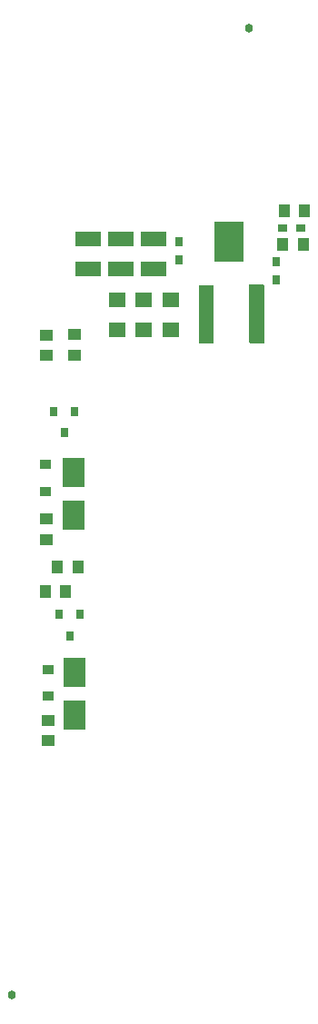
<source format=gbr>
G04 DipTrace 3.0.0.1*
G04 TopPaste.gbr*
%MOIN*%
G04 #@! TF.FileFunction,Paste,Top*
G04 #@! TF.Part,Single*
%ADD54C,0.031339*%
%ADD68R,0.110079X0.149449*%
%ADD70R,0.033307X0.00378*%
%ADD72R,0.054961X0.216378*%
%ADD82R,0.051024X0.04315*%
%ADD84R,0.041181X0.035276*%
%ADD86R,0.078583X0.110079*%
%ADD88R,0.062835X0.054961*%
%ADD90R,0.035276X0.031339*%
%ADD92R,0.04315X0.051024*%
%ADD94R,0.031339X0.035276*%
%ADD96R,0.098268X0.054961*%
%FSLAX26Y26*%
G04*
G70*
G90*
G75*
G01*
G04 TopPaste*
%LPD*%
D96*
X1214016Y3260016D3*
Y3149780D3*
X1094016Y3260016D3*
Y3149780D3*
X973016Y3260016D3*
Y3149780D3*
D94*
X1309016Y3250016D3*
Y3183087D3*
D92*
X1689016Y3241016D3*
X1763819D3*
D90*
X1688016Y3300016D3*
X1754945D3*
D94*
X1665016Y3175016D3*
Y3108087D3*
D88*
X1276016Y3036016D3*
Y2925780D3*
X1179016Y3036016D3*
Y2925780D3*
X1080016Y3036016D3*
Y2925780D3*
D86*
X924016Y1671016D3*
Y1513535D3*
X920016Y2402016D3*
Y2244535D3*
D84*
X826016Y1582016D3*
Y1680441D3*
X819016Y2334016D3*
Y2432441D3*
D92*
X892031Y1966850D3*
X817228D3*
D82*
X924016Y2833016D3*
Y2907819D3*
D72*
X1592819Y2981614D3*
X1407780D3*
D92*
X1694016Y3363016D3*
X1768819D3*
D82*
X826016Y1494016D3*
Y1419213D3*
X820016Y2232016D3*
Y2157213D3*
D92*
X936323Y2056417D3*
X861520D3*
D82*
X821016Y2907016D3*
Y2832213D3*
D94*
X905811Y1803465D3*
X868409Y1882205D3*
X943213D3*
X886016Y2548016D3*
X848614Y2626756D3*
X923417D3*
D70*
X1607016Y3159016D3*
Y3184606D3*
Y3210197D3*
Y3235787D3*
Y3261378D3*
Y3286969D3*
Y3312559D3*
Y3338150D3*
X1376701D3*
Y3312559D3*
Y3286969D3*
Y3261378D3*
Y3235787D3*
Y3210197D3*
Y3184606D3*
Y3159016D3*
D68*
X1491858Y3248583D3*
D72*
X1589055Y2986016D3*
D54*
X694197Y484567D3*
X1565260Y4032795D3*
M02*

</source>
